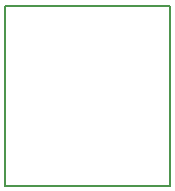
<source format=gbr>
G04 DipTrace 2.4.0.1*
%INBoardOutline.gbr*%
%MOIN*%
%ADD11C,0.006*%
%FSLAX44Y44*%
G04*
G70*
G90*
G75*
G01*
%LNBoardOutline*%
%LPD*%
X9440Y9940D2*
D11*
X3940D1*
Y3940D1*
X9440D1*
Y9940D1*
M02*

</source>
